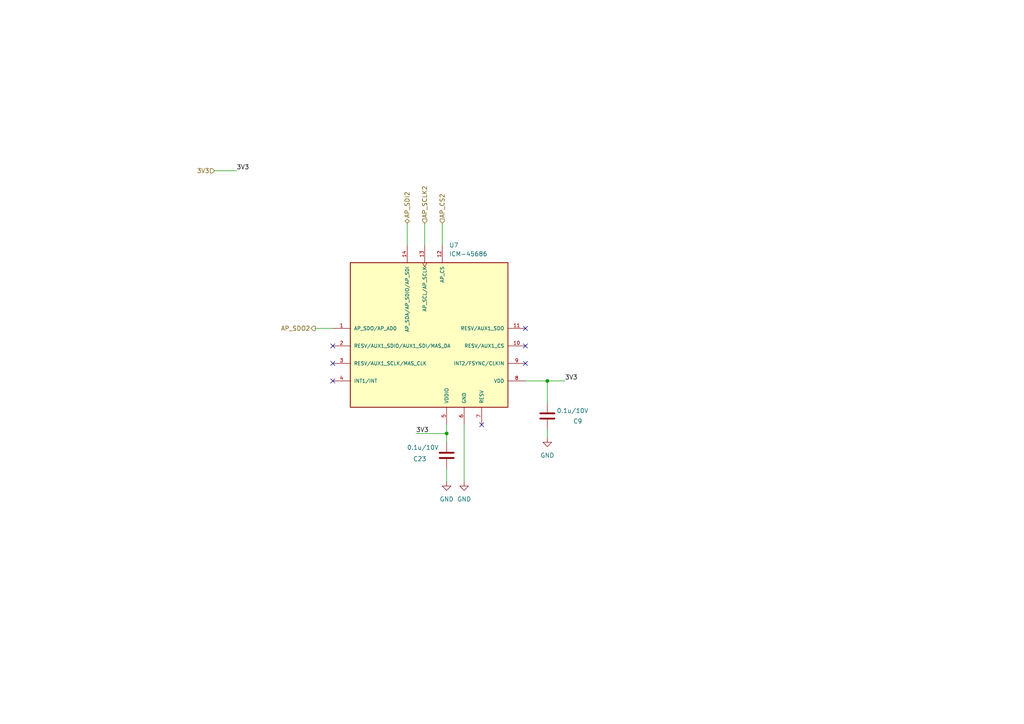
<source format=kicad_sch>
(kicad_sch (version 20250114) (generator "eeschema") (generator_version "9.0")
  (paper "A4")
  (lib_symbols
    (symbol "Customs:ICM-45686" (pin_names (offset 1.016))
      (property "Reference" "U" (at -40.64 41.402 0))
      (property "Value" "ICM-45686" (at -22.098 -22.86 0))
      (symbol "ICM-45686_0_0"
        (rectangle (start -22.86 21.59) (end 22.86 -20.32) (stroke (width 0.254)) (fill (type background)))
        (pin bidirectional line (at -27.94 2.54 0) (length 5.08) (name "AP_SDO/AP_AD0") (number "1"))
        (pin bidirectional line (at -27.94 -2.54 0) (length 5.08) (name "RESV/AUX1_SDIO/AUX1_SDI/MAS_DA") (number "2"))
        (pin bidirectional line (at -27.94 -7.62 0) (length 5.08) (name "RESV/AUX1_SCLK/MAS_CLK") (number "3"))
        (pin output line (at -27.94 -12.7 0) (length 5.08) (name "INT1/INT") (number "4"))
        (pin bidirectional line (at -6.35 26.67 270) (length 5.08) (name "AP_SDA/AP_SDIO/AP_SDI") (number "14"))
        (pin input clock (at -1.27 26.67 270) (length 5.08) (name "AP_SCL/AP_SCLK") (number "13"))
        (pin input line (at 3.81 26.67 270) (length 5.08) (name "AP_CS") (number "12"))
        (pin power_in line (at 5.08 -25.4 90) (length 5.08) (name "VDDIO") (number "5"))
        (pin power_in line (at 10.16 -25.4 90) (length 5.08) (name "GND") (number "6"))
        (pin passive line (at 15.24 -25.4 90) (length 5.08) (name "RESV") (number "7"))
        (pin output line (at 27.94 2.54 180) (length 5.08) (name "RESV/AUX1_SDO") (number "11"))
        (pin input line (at 27.94 -2.54 180) (length 5.08) (name "RESV/AUX1_CS") (number "10"))
        (pin bidirectional line (at 27.94 -7.62 180) (length 5.08) (name "INT2/FSYNC/CLKIN") (number "9"))
        (pin power_in line (at 27.94 -12.7 180) (length 5.08) (name "VDD") (number "8"))
      )
    )
    (symbol "Device:C" (pin_numbers (hide yes)) (pin_names (offset 0.254))
      (property "Reference" "C" (at 0.635 2.54 0))
      (property "Value" "C" (at 0.635 -2.54 0))
      (symbol "C_0_1"
        (polyline (pts (xy -2.032 0.762) (xy 2.032 0.762)) (stroke (width 0.508)))
        (polyline (pts (xy -2.032 -0.762) (xy 2.032 -0.762)) (stroke (width 0.508)))
      )
      (symbol "C_1_1"
        (pin passive line (at 0 3.81 270) (length 2.794) (name "~") (number "1"))
        (pin passive line (at 0 -3.81 90) (length 2.794) (name "~") (number "2"))
      )
    )
    (symbol "power:GND" (power) (pin_numbers (hide yes)) (pin_names (offset 0) (hide yes))
      (property "Value" "GND" (at 0 -3.81 0))
      (symbol "GND_0_1"
        (polyline (pts (xy 0 0) (xy 0 -1.27) (xy 1.27 -1.27) (xy 0 -2.54) (xy -1.27 -1.27) (xy 0 -1.27)))
      )
      (symbol "GND_1_1"
        (pin power_in line (at 0 0 270) (length 0) (name "~") (number "1"))
      )
    )
  )
  (junction (at 158.75 110.49))
  (junction (at 129.54 125.73))
  (no_connect (at 152.4 105.41))
  (no_connect (at 152.4 95.25))
  (no_connect (at 139.7 123.19))
  (no_connect (at 152.4 100.33))
  (no_connect (at 96.52 105.41))
  (no_connect (at 96.52 100.33))
  (no_connect (at 96.52 110.49))
  (wire (pts (xy 120.65 125.73) (xy 129.54 125.73)))
  (wire (pts (xy 123.19 64.77) (xy 123.19 71.12)))
  (wire (pts (xy 134.62 123.19) (xy 134.62 139.7)))
  (wire (pts (xy 62.23 49.53) (xy 68.58 49.53)))
  (wire (pts (xy 158.75 110.49) (xy 163.83 110.49)))
  (wire (pts (xy 129.54 123.19) (xy 129.54 125.73)))
  (wire (pts (xy 118.11 64.77) (xy 118.11 71.12)))
  (wire (pts (xy 91.44 95.25) (xy 96.52 95.25)))
  (wire (pts (xy 158.75 124.46) (xy 158.75 127)))
  (wire (pts (xy 152.4 110.49) (xy 158.75 110.49)))
  (wire (pts (xy 129.54 125.73) (xy 129.54 128.27)))
  (wire (pts (xy 158.75 116.84) (xy 158.75 110.49)))
  (wire (pts (xy 129.54 135.89) (xy 129.54 139.7)))
  (wire (pts (xy 128.27 64.77) (xy 128.27 71.12)))
  (label "3V3" (at 68.58 49.53 0))
  (label "3V3" (at 163.83 110.49 0))
  (label "3V3" (at 120.65 125.73 0))
  (hierarchical_label "AP_SDO2" (shape output) (at 91.44 95.25 180))
  (hierarchical_label "AP_SDI2" (shape bidirectional) (at 118.11 64.77 90))
  (hierarchical_label "AP_CS2" (shape input) (at 128.27 64.77 90))
  (hierarchical_label "AP_SCLK2" (shape input) (at 123.19 64.77 90))
  (hierarchical_label "3V3" (shape input) (at 62.23 49.53 180))
  (symbol (lib_id "Customs:ICM-45686") (at 124.46 97.79 0) (unit 1)
    (property "Reference" "U7" (at 130.2386 71.12 0) (effects (justify left)))
    (property "Value" "ICM-45686" (at 130.2386 73.66 0) (effects (justify left)))
    (property "Footprint" "Customs:IC_ICM-45686" (effects (hide yes)))
    (property "PARTREV" "0.2" (effects (hide yes)))
    (property "STANDARD" "Manufacturer Recommendations" (effects (hide yes)))
    (property "MAXIMUM_PACKAGE_HEIGHT" "0.86mm" (effects (hide yes)))
    (property "MANUFACTURER" "TDK InvenSense" (effects (hide yes)))
  )
  (symbol (lib_id "Device:C") (at 129.54 132.08 180) (unit 1)
    (property "Reference" "C23" (at 123.698 133.096 0) (effects (justify left)))
    (property "Value" "0.1u/10V" (at 127.254 129.7939 0) (effects (justify left)))
    (property "Footprint" "Capacitor_SMD:C_0201_0603Metric" (effects (hide yes)))
    (property "Description" "Unpolarized capacitor" (effects (hide yes)))
  )
  (symbol (lib_id "power:GND") (at 158.75 127 0) (unit 1)
    (property "Reference" "#PWR053" (effects (hide yes)))
    (property "Value" "GND" (at 158.75 132.08 0))
    (property "Description" "Power symbol creates a global label with name \"GND\" , ground" (effects (hide yes)))
  )
  (symbol (lib_id "power:GND") (at 134.62 139.7 0) (unit 1)
    (property "Reference" "#PWR052" (effects (hide yes)))
    (property "Value" "GND" (at 134.62 144.78 0))
    (property "Description" "Power symbol creates a global label with name \"GND\" , ground" (effects (hide yes)))
  )
  (symbol (lib_id "Device:C") (at 158.75 120.65 180) (unit 1)
    (property "Reference" "C9" (at 168.91 122.174 0) (effects (justify left)))
    (property "Value" "0.1u/10V" (at 170.688 119.126 0) (effects (justify left)))
    (property "Footprint" "Capacitor_SMD:C_0201_0603Metric" (effects (hide yes)))
    (property "Description" "Unpolarized capacitor" (effects (hide yes)))
  )
  (symbol (lib_id "power:GND") (at 129.54 139.7 0) (unit 1)
    (property "Reference" "#PWR051" (effects (hide yes)))
    (property "Value" "GND" (at 129.54 144.78 0))
    (property "Description" "Power symbol creates a global label with name \"GND\" , ground" (effects (hide yes)))
  )
)
</source>
